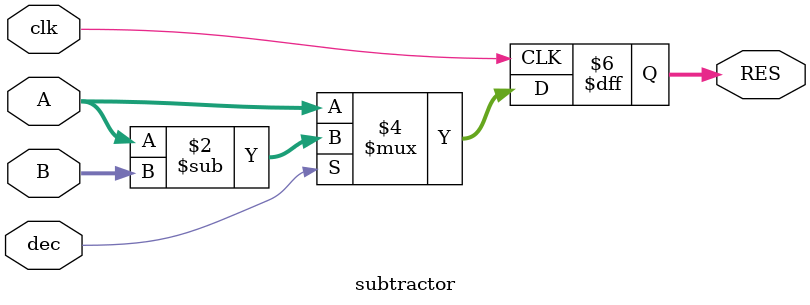
<source format=v>
`timescale 1ns / 1ps


module subtractor(
    input clk,
    input [7:0] A,B,
    input wire dec,
    output reg [7:0] RES
);
    always@(posedge clk) begin
        if(dec) RES <= A-B;
        else RES <= A;
    end
endmodule

</source>
